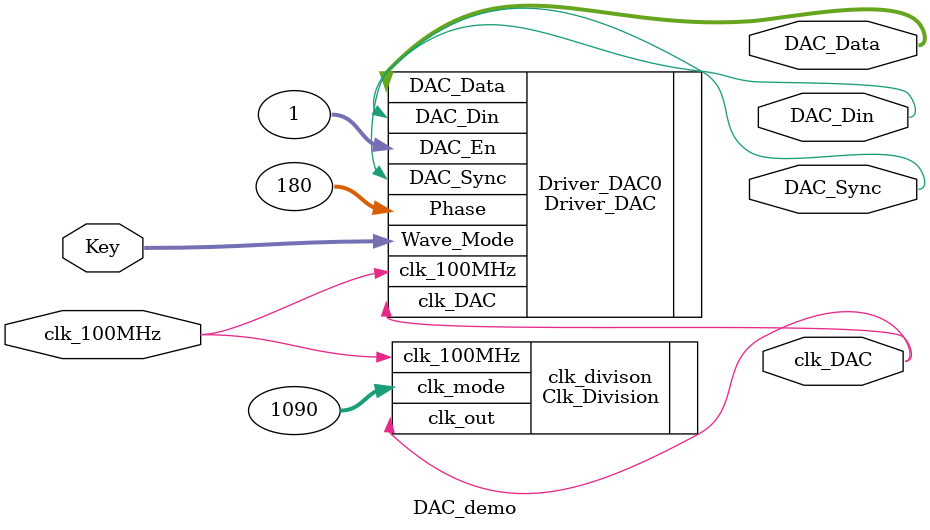
<source format=v>
`timescale 1ns / 1ps


module DAC_demo(
    input clk_100MHz,
    input [1:0]Key,
    output clk_DAC,
    output DAC_Din,
    output DAC_Sync,
    output [7:0]DAC_Data
    );
   //Defining clock
   //Frequency divider
Clk_Division clk_divison(
      .clk_100MHz(clk_100MHz),  // input wire clk_100MHz
      .clk_mode(1090),             // input wire [30 : 0] clk_mode
      .clk_out(clk_DAC)   
      );
   //DAC driver instantiation
   Driver_DAC Driver_DAC0(
        .clk_100MHz(clk_100MHz),
        .clk_DAC(clk_DAC),
        .DAC_En(1),
        .Wave_Mode(Key),
        .Phase(180),
        .DAC_Din(DAC_Din),
        .DAC_Sync(DAC_Sync),
        .DAC_Data(DAC_Data)
        );    
endmodule

</source>
